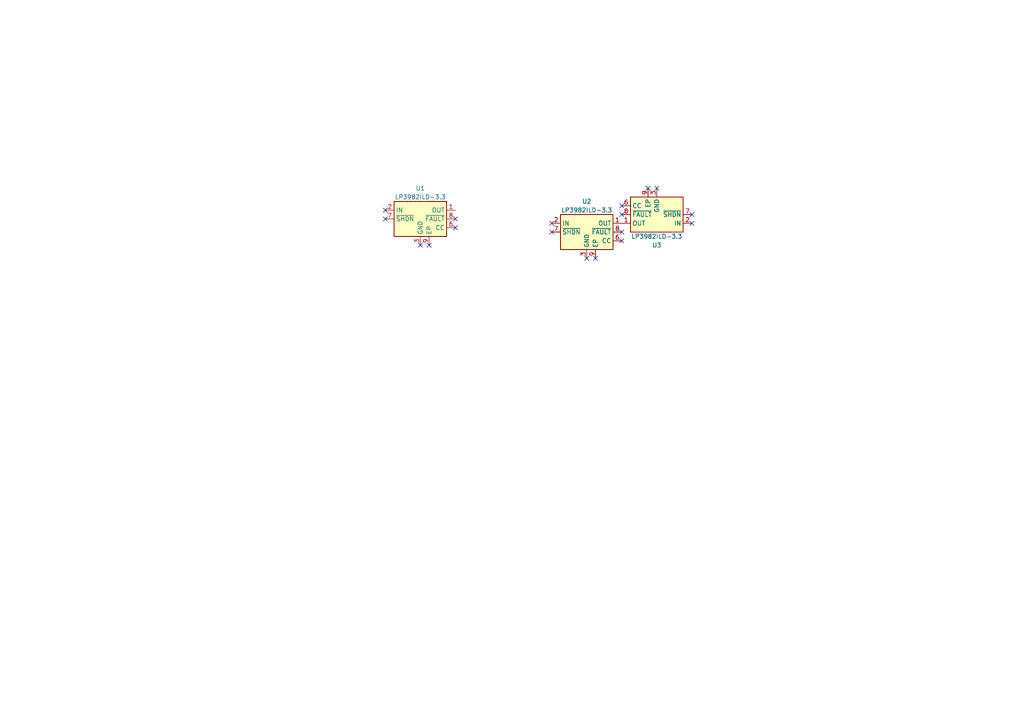
<source format=kicad_sch>
(kicad_sch (version 20220904) (generator eeschema)
  (paper "A4")
  (lib_symbols
    (symbol "Regulator_Linear:LP3982ILD-3.3"
      (property "Reference" "U1" (at 0 8.89 0))
      (property "Value" "LP3982ILD-3.3" (at 0 6.35 0))
      (symbol "LP3982ILD-3.3_0_1"
        (rectangle (start -7.62 5.08) (end 7.62 -5.08) (stroke (width 0.254)) (fill (type background)))
      )
      (symbol "LP3982ILD-3.3_1_1"
        (pin power_out line (at 10.16 2.54 180) (length 2.54) (name "OUT") (number "1"))
        (pin power_in line (at -10.16 2.54 0) (length 2.54) (name "IN") (number "2"))
        (pin power_in line (at 0 -7.62 90) (length 2.54) (name "GND") (number "3"))
        (pin power_out line (at 10.16 2.54 180) (length 2.54) hide (name "OUT") (number "4"))
        (pin no_connect line (at -7.62 -2.54 0) (length 2.54) hide (name "NC") (number "5"))
        (pin passive line (at 10.16 -2.54 180) (length 2.54) (name "CC") (number "6"))
        (pin input line (at -10.16 0 0) (length 2.54) (name "~{SHDN}") (number "7"))
        (pin open_collector line (at 10.16 0 180) (length 2.54) (name "~{FAULT}") (number "8"))
        (pin passive line (at 2.54 -7.62 90) (length 2.54) (name "EP") (number "9"))
      )
    )
  )
  (no_connect (at 160.02 67.31))
  (no_connect (at 160.02 64.77))
  (no_connect (at 180.34 62.23))
  (no_connect (at 111.76 60.96))
  (no_connect (at 111.76 63.5))
  (no_connect (at 121.92 71.12))
  (no_connect (at 124.46 71.12))
  (no_connect (at 132.08 66.04))
  (no_connect (at 132.08 63.5))
  (no_connect (at 200.66 62.23))
  (no_connect (at 180.34 67.31))
  (no_connect (at 180.34 59.69))
  (no_connect (at 172.72 74.93))
  (no_connect (at 200.66 64.77))
  (no_connect (at 190.5 54.61))
  (no_connect (at 187.96 54.61))
  (no_connect (at 180.34 69.85))
  (no_connect (at 170.18 74.93))
  (symbol (lib_id "Regulator_Linear:LP3982ILD-3.3") (at 170.18 67.31 0) (unit 1)
    (default_instance (reference "U1") (unit 1) (value "LP3982ILD-3.3") (footprint "Package_SON:WSON-8-1EP_3x2.5mm_P0.5mm_EP1.2x1.5mm_PullBack_ThermalVias"))
    (property "Reference" "U2" (at 170.18 58.42 0))
    (property "Value" "LP3982ILD-3.3" (at 170.18 60.96 0))
    (property "Footprint" "Package_SON:WSON-8-1EP_3x2.5mm_P0.5mm_EP1.2x1.5mm_PullBack_ThermalVias" (effects hide))
    (property "Datasheet" "http://www.ti.com/lit/ds/symlink/lp3982.pdf" (effects hide))
  )
  (symbol (lib_id "Regulator_Linear:LP3982ILD-3.3") (at 121.92 63.5 0) (unit 1)
    (default_instance (reference "U1") (unit 1) (value "LP3982ILD-3.3") (footprint "Package_SON:WSON-8-1EP_3x2.5mm_P0.5mm_EP1.2x1.5mm_PullBack_ThermalVias"))
    (property "Reference" "U1" (at 121.92 54.61 0))
    (property "Value" "LP3982ILD-3.3" (at 121.92 57.15 0))
    (property "Footprint" "Package_SON:WSON-8-1EP_3x2.5mm_P0.5mm_EP1.2x1.5mm_PullBack_ThermalVias" (effects hide))
    (property "Datasheet" "http://www.ti.com/lit/ds/symlink/lp3982.pdf" (effects hide))
  )
  (symbol (lib_id "Regulator_Linear:LP3982ILD-3.3") (at 190.5 62.23 180) (unit 1)
    (default_instance (reference "U1") (unit 1) (value "LP3982ILD-3.3") (footprint "Package_SON:WSON-8-1EP_3x2.5mm_P0.5mm_EP1.2x1.5mm_PullBack_ThermalVias"))
    (property "Reference" "U3" (at 190.5 71.12 0))
    (property "Value" "LP3982ILD-3.3" (at 190.5 68.58 0))
    (property "Footprint" "Package_SON:WSON-8-1EP_3x2.5mm_P0.5mm_EP1.2x1.5mm_PullBack_ThermalVias" (effects hide))
    (property "Datasheet" "http://www.ti.com/lit/ds/symlink/lp3982.pdf" (effects hide))
  )
)
</source>
